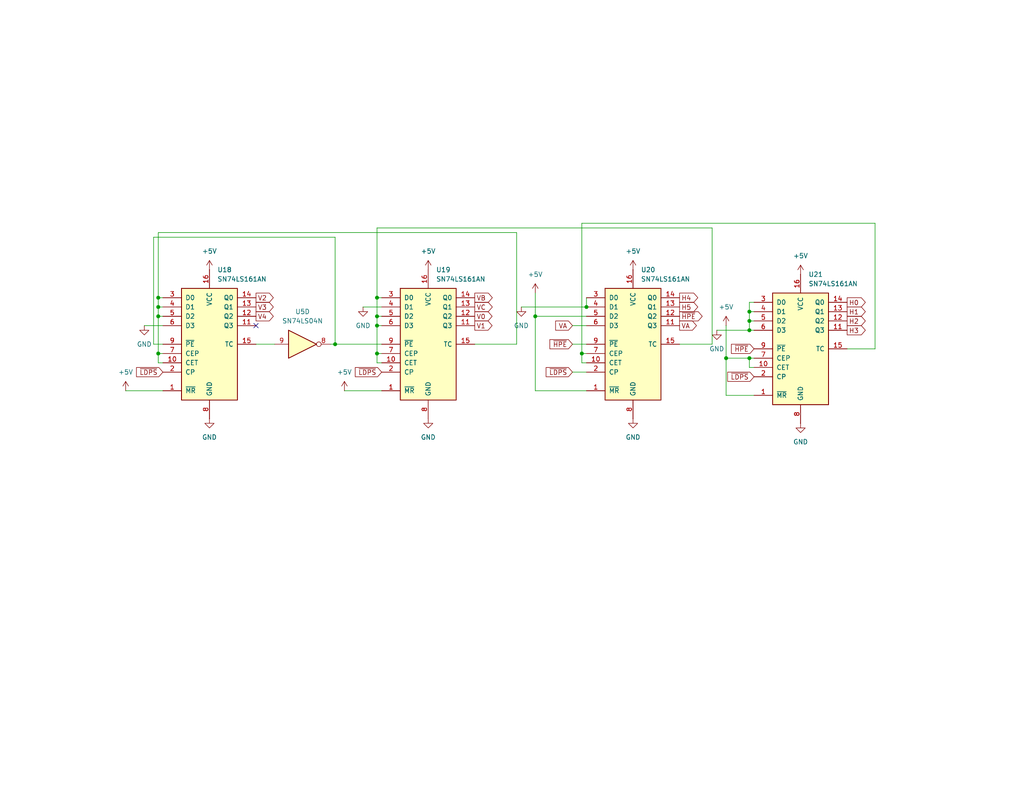
<source format=kicad_sch>
(kicad_sch (version 20250114) (generator "eeschema") (generator_version "9.0")
  (paper "USLetter")
  (lib_symbols
    (symbol "partdb:SN74LS04N" (exclude_from_sim yes)
      (property "Reference" "U" (at 0 1.27 0))
      (property "Value" "SN74LS04N" (at 0 -1.27 0))
      (symbol "SN74LS04N_1_0"
        (polyline (pts (xy -3.81 3.81) (xy -3.81 -3.81) (xy 3.81 0) (xy -3.81 3.81)) (stroke (width 0.254)) (fill (type background)))
        (pin input line (at -7.62 0 0) (length 3.81) (name "~") (number "1"))
        (pin output inverted (at 7.62 0 180) (length 3.81) (name "~") (number "2"))
      )
      (symbol "SN74LS04N_2_0"
        (polyline (pts (xy -3.81 3.81) (xy -3.81 -3.81) (xy 3.81 0) (xy -3.81 3.81)) (stroke (width 0.254)) (fill (type background)))
        (pin input line (at -7.62 0 0) (length 3.81) (name "~") (number "3"))
        (pin output inverted (at 7.62 0 180) (length 3.81) (name "~") (number "4"))
      )
      (symbol "SN74LS04N_3_0"
        (polyline (pts (xy -3.81 3.81) (xy -3.81 -3.81) (xy 3.81 0) (xy -3.81 3.81)) (stroke (width 0.254)) (fill (type background)))
        (pin input line (at -7.62 0 0) (length 3.81) (name "~") (number "5"))
        (pin output inverted (at 7.62 0 180) (length 3.81) (name "~") (number "6"))
      )
      (symbol "SN74LS04N_4_0"
        (polyline (pts (xy -3.81 3.81) (xy -3.81 -3.81) (xy 3.81 0) (xy -3.81 3.81)) (stroke (width 0.254)) (fill (type background)))
        (pin input line (at -7.62 0 0) (length 3.81) (name "~") (number "9"))
        (pin output inverted (at 7.62 0 180) (length 3.81) (name "~") (number "8"))
      )
      (symbol "SN74LS04N_5_0"
        (polyline (pts (xy -3.81 3.81) (xy -3.81 -3.81) (xy 3.81 0) (xy -3.81 3.81)) (stroke (width 0.254)) (fill (type background)))
        (pin input line (at -7.62 0 0) (length 3.81) (name "~") (number "11"))
        (pin output inverted (at 7.62 0 180) (length 3.81) (name "~") (number "10"))
      )
      (symbol "SN74LS04N_6_0"
        (polyline (pts (xy -3.81 3.81) (xy -3.81 -3.81) (xy 3.81 0) (xy -3.81 3.81)) (stroke (width 0.254)) (fill (type background)))
        (pin input line (at -7.62 0 0) (length 3.81) (name "~") (number "13"))
        (pin output inverted (at 7.62 0 180) (length 3.81) (name "~") (number "12"))
      )
      (symbol "SN74LS04N_7_0"
        (pin power_in line (at 0 12.7 270) (length 5.08) (name "VCC") (number "14"))
        (pin power_in line (at 0 -12.7 90) (length 5.08) (name "GND") (number "7"))
      )
      (symbol "SN74LS04N_7_1"
        (rectangle (start -5.08 7.62) (end 5.08 -7.62) (stroke (width 0.254)) (fill (type background)))
      )
    )
    (symbol "partdb:SN74LS161AN" (pin_names (offset 1.016)) (exclude_from_sim yes)
      (property "Reference" "U" (at -7.62 16.51 0))
      (property "Value" "SN74LS161AN" (at -7.62 -16.51 0))
      (symbol "SN74LS161AN_1_0"
        (pin input line (at -12.7 12.7 0) (length 5.08) (name "D0") (number "3"))
        (pin input line (at -12.7 10.16 0) (length 5.08) (name "D1") (number "4"))
        (pin input line (at -12.7 7.62 0) (length 5.08) (name "D2") (number "5"))
        (pin input line (at -12.7 5.08 0) (length 5.08) (name "D3") (number "6"))
        (pin input line (at -12.7 0 0) (length 5.08) (name "~{PE}") (number "9"))
        (pin input line (at -12.7 -2.54 0) (length 5.08) (name "CEP") (number "7"))
        (pin input line (at -12.7 -5.08 0) (length 5.08) (name "CET") (number "10"))
        (pin input line (at -12.7 -7.62 0) (length 5.08) (name "CP") (number "2"))
        (pin input line (at -12.7 -12.7 0) (length 5.08) (name "~{MR}") (number "1"))
        (pin power_in line (at 0 20.32 270) (length 5.08) (name "VCC") (number "16"))
        (pin power_in line (at 0 -20.32 90) (length 5.08) (name "GND") (number "8"))
        (pin output line (at 12.7 12.7 180) (length 5.08) (name "Q0") (number "14"))
        (pin output line (at 12.7 10.16 180) (length 5.08) (name "Q1") (number "13"))
        (pin output line (at 12.7 7.62 180) (length 5.08) (name "Q2") (number "12"))
        (pin output line (at 12.7 5.08 180) (length 5.08) (name "Q3") (number "11"))
        (pin output line (at 12.7 0 180) (length 5.08) (name "TC") (number "15"))
      )
      (symbol "SN74LS161AN_1_1"
        (rectangle (start -7.62 15.24) (end 7.62 -15.24) (stroke (width 0.254)) (fill (type background)))
      )
    )
    (symbol "power:+5V" (power) (pin_numbers (hide yes)) (pin_names (offset 0) (hide yes))
      (property "Value" "+5V" (at 0 3.556 0))
      (symbol "+5V_0_1"
        (polyline (pts (xy -0.762 1.27) (xy 0 2.54)))
        (polyline (pts (xy 0 2.54) (xy 0.762 1.27)))
        (polyline (pts (xy 0 0) (xy 0 2.54)))
      )
      (symbol "+5V_1_1"
        (pin power_in line (at 0 0 90) (length 0) (name "~") (number "1"))
      )
    )
    (symbol "power:GND" (power) (pin_numbers (hide yes)) (pin_names (offset 0) (hide yes))
      (property "Value" "GND" (at 0 -3.81 0))
      (symbol "GND_0_1"
        (polyline (pts (xy 0 0) (xy 0 -1.27) (xy 1.27 -1.27) (xy 0 -2.54) (xy -1.27 -1.27) (xy 0 -1.27)))
      )
      (symbol "GND_1_1"
        (pin power_in line (at 0 0 270) (length 0) (name "~") (number "1"))
      )
    )
  )
  (junction (at 102.87 88.9))
  (junction (at 43.18 81.28))
  (junction (at 160.02 83.82))
  (junction (at 102.87 96.52))
  (junction (at 91.44 93.98))
  (junction (at 198.12 97.79))
  (junction (at 204.47 87.63))
  (junction (at 146.05 86.36))
  (junction (at 204.47 85.09))
  (junction (at 43.18 86.36))
  (junction (at 102.87 86.36))
  (junction (at 204.47 97.79))
  (junction (at 43.18 83.82))
  (junction (at 102.87 81.28))
  (junction (at 204.47 90.17))
  (junction (at 43.18 96.52))
  (junction (at 158.75 96.52))
  (no_connect (at 69.85 88.9))
  (wire (pts (xy 160.02 81.28) (xy 160.02 83.82)))
  (wire (pts (xy 44.45 86.36) (xy 43.18 86.36)))
  (wire (pts (xy 102.87 96.52) (xy 104.14 96.52)))
  (wire (pts (xy 93.98 106.68) (xy 104.14 106.68)))
  (wire (pts (xy 160.02 101.6) (xy 156.21 101.6)))
  (wire (pts (xy 129.54 93.98) (xy 140.97 93.98)))
  (wire (pts (xy 204.47 85.09) (xy 205.74 85.09)))
  (wire (pts (xy 204.47 90.17) (xy 205.74 90.17)))
  (wire (pts (xy 204.47 85.09) (xy 204.47 87.63)))
  (wire (pts (xy 194.31 93.98) (xy 185.42 93.98)))
  (wire (pts (xy 91.44 93.98) (xy 104.14 93.98)))
  (wire (pts (xy 204.47 100.33) (xy 205.74 100.33)))
  (wire (pts (xy 142.24 83.82) (xy 160.02 83.82)))
  (wire (pts (xy 198.12 107.95) (xy 198.12 97.79)))
  (wire (pts (xy 140.97 63.5) (xy 43.18 63.5)))
  (wire (pts (xy 204.47 97.79) (xy 205.74 97.79)))
  (wire (pts (xy 91.44 93.98) (xy 91.44 64.77)))
  (wire (pts (xy 146.05 80.01) (xy 146.05 86.36)))
  (wire (pts (xy 146.05 106.68) (xy 160.02 106.68)))
  (wire (pts (xy 43.18 83.82) (xy 44.45 83.82)))
  (wire (pts (xy 43.18 83.82) (xy 43.18 86.36)))
  (wire (pts (xy 194.31 62.23) (xy 194.31 93.98)))
  (wire (pts (xy 160.02 88.9) (xy 156.21 88.9)))
  (wire (pts (xy 204.47 82.55) (xy 204.47 85.09)))
  (wire (pts (xy 158.75 96.52) (xy 158.75 60.96)))
  (wire (pts (xy 198.12 97.79) (xy 204.47 97.79)))
  (wire (pts (xy 102.87 88.9) (xy 102.87 96.52)))
  (wire (pts (xy 39.37 88.9) (xy 44.45 88.9)))
  (wire (pts (xy 102.87 86.36) (xy 104.14 86.36)))
  (wire (pts (xy 90.17 93.98) (xy 91.44 93.98)))
  (wire (pts (xy 102.87 96.52) (xy 102.87 99.06)))
  (wire (pts (xy 43.18 96.52) (xy 43.18 99.06)))
  (wire (pts (xy 102.87 81.28) (xy 102.87 62.23)))
  (wire (pts (xy 34.29 106.68) (xy 44.45 106.68)))
  (wire (pts (xy 195.58 90.17) (xy 204.47 90.17)))
  (wire (pts (xy 102.87 88.9) (xy 104.14 88.9)))
  (wire (pts (xy 41.91 64.77) (xy 41.91 93.98)))
  (wire (pts (xy 104.14 81.28) (xy 102.87 81.28)))
  (wire (pts (xy 69.85 93.98) (xy 74.93 93.98)))
  (wire (pts (xy 99.06 83.82) (xy 104.14 83.82)))
  (wire (pts (xy 238.76 95.25) (xy 231.14 95.25)))
  (wire (pts (xy 102.87 99.06) (xy 104.14 99.06)))
  (wire (pts (xy 204.47 87.63) (xy 204.47 90.17)))
  (wire (pts (xy 160.02 93.98) (xy 156.21 93.98)))
  (wire (pts (xy 146.05 86.36) (xy 160.02 86.36)))
  (wire (pts (xy 140.97 93.98) (xy 140.97 63.5)))
  (wire (pts (xy 158.75 99.06) (xy 158.75 96.52)))
  (wire (pts (xy 160.02 99.06) (xy 158.75 99.06)))
  (wire (pts (xy 204.47 87.63) (xy 205.74 87.63)))
  (wire (pts (xy 205.74 107.95) (xy 198.12 107.95)))
  (wire (pts (xy 205.74 82.55) (xy 204.47 82.55)))
  (wire (pts (xy 43.18 81.28) (xy 43.18 83.82)))
  (wire (pts (xy 158.75 96.52) (xy 160.02 96.52)))
  (wire (pts (xy 43.18 96.52) (xy 44.45 96.52)))
  (wire (pts (xy 43.18 99.06) (xy 44.45 99.06)))
  (wire (pts (xy 91.44 64.77) (xy 41.91 64.77)))
  (wire (pts (xy 102.87 81.28) (xy 102.87 86.36)))
  (wire (pts (xy 198.12 88.9) (xy 198.12 97.79)))
  (wire (pts (xy 43.18 81.28) (xy 44.45 81.28)))
  (wire (pts (xy 43.18 86.36) (xy 43.18 96.52)))
  (wire (pts (xy 102.87 86.36) (xy 102.87 88.9)))
  (wire (pts (xy 204.47 97.79) (xy 204.47 100.33)))
  (wire (pts (xy 102.87 62.23) (xy 194.31 62.23)))
  (wire (pts (xy 146.05 106.68) (xy 146.05 86.36)))
  (wire (pts (xy 158.75 60.96) (xy 238.76 60.96)))
  (wire (pts (xy 238.76 60.96) (xy 238.76 95.25)))
  (wire (pts (xy 43.18 63.5) (xy 43.18 81.28)))
  (wire (pts (xy 41.91 93.98) (xy 44.45 93.98)))
  (global_label "~{LDPS}" (shape input) (at 156.21 101.6 180) (property "Intersheetrefs" "${INTERSHEET_REFS}" (effects (hide yes))))
  (global_label "V1" (shape output) (at 129.54 88.9 0) (property "Intersheetrefs" "${INTERSHEET_REFS}" (effects (hide yes))))
  (global_label "VA" (shape output) (at 185.42 88.9 0) (property "Intersheetrefs" "${INTERSHEET_REFS}" (effects (hide yes))))
  (global_label "H0" (shape output) (at 231.14 82.55 0) (property "Intersheetrefs" "${INTERSHEET_REFS}" (effects (hide yes))))
  (global_label "VA" (shape input) (at 156.21 88.9 180) (property "Intersheetrefs" "${INTERSHEET_REFS}" (effects (hide yes))))
  (global_label "H3" (shape output) (at 231.14 90.17 0) (property "Intersheetrefs" "${INTERSHEET_REFS}" (effects (hide yes))))
  (global_label "V4" (shape output) (at 69.85 86.36 0) (property "Intersheetrefs" "${INTERSHEET_REFS}" (effects (hide yes))))
  (global_label "~{LDPS}" (shape input) (at 205.74 102.87 180) (property "Intersheetrefs" "${INTERSHEET_REFS}" (effects (hide yes))))
  (global_label "~{HPE}" (shape output) (at 185.42 86.36 0) (property "Intersheetrefs" "${INTERSHEET_REFS}" (effects (hide yes))))
  (global_label "H5" (shape output) (at 185.42 83.82 0) (property "Intersheetrefs" "${INTERSHEET_REFS}" (effects (hide yes))))
  (global_label "~{HPE}" (shape input) (at 156.21 93.98 180) (property "Intersheetrefs" "${INTERSHEET_REFS}" (effects (hide yes))))
  (global_label "~{HPE}" (shape input) (at 205.74 95.25 180) (property "Intersheetrefs" "${INTERSHEET_REFS}" (effects (hide yes))))
  (global_label "~{LDPS}" (shape input) (at 44.45 101.6 180) (property "Intersheetrefs" "${INTERSHEET_REFS}" (effects (hide yes))))
  (global_label "H2" (shape output) (at 231.14 87.63 0) (property "Intersheetrefs" "${INTERSHEET_REFS}" (effects (hide yes))))
  (global_label "VC" (shape output) (at 129.54 83.82 0) (property "Intersheetrefs" "${INTERSHEET_REFS}" (effects (hide yes))))
  (global_label "V2" (shape output) (at 69.85 81.28 0) (property "Intersheetrefs" "${INTERSHEET_REFS}" (effects (hide yes))))
  (global_label "H4" (shape output) (at 185.42 81.28 0) (property "Intersheetrefs" "${INTERSHEET_REFS}" (effects (hide yes))))
  (global_label "V3" (shape output) (at 69.85 83.82 0) (property "Intersheetrefs" "${INTERSHEET_REFS}" (effects (hide yes))))
  (global_label "V0" (shape output) (at 129.54 86.36 0) (property "Intersheetrefs" "${INTERSHEET_REFS}" (effects (hide yes))))
  (global_label "H1" (shape output) (at 231.14 85.09 0) (property "Intersheetrefs" "${INTERSHEET_REFS}" (effects (hide yes))))
  (global_label "~{LDPS}" (shape input) (at 104.14 101.6 180) (property "Intersheetrefs" "${INTERSHEET_REFS}" (effects (hide yes))))
  (global_label "VB" (shape output) (at 129.54 81.28 0) (property "Intersheetrefs" "${INTERSHEET_REFS}" (effects (hide yes))))
  (symbol (lib_id "partdb:SN74LS161AN") (at 57.15 93.98 0) (unit 1) (exclude_from_sim yes)
    (property "Reference" "U18" (at 59.2933 73.66 0) (effects (justify left)))
    (property "Value" "SN74LS161AN" (at 59.2933 76.2 0) (effects (justify left)))
    (property "Footprint" "Package_DIP:DIP-16_W7.62mm" (effects (hide yes)))
    (property "Datasheet" "https://partdb.alfter.us/en/part/579/info" (effects (hide yes)))
    (property "Description" "Counter IC Binary Counter 1 Element 4 Bit Positive Edge 16-PDIP" (effects (hide yes)))
    (property "Category" "Integrated Circuits (ICs)/Logic/Counters" (effects (hide yes)))
    (property "Manufacturer" "Texas Instruments" (effects (hide yes)))
    (property "MPN" "SN74LS161AN" (effects (hide yes)))
    (property "Manufacturing Status" "Active" (effects (hide yes)))
    (property "Part-DB Footprint" "16-PDIP" (effects (hide yes)))
    (property "Part-DB ID" "579" (effects (hide yes)))
    (property "DigiKey SPN" "296-1646-5-ND" (effects (hide yes)))
    (property "manf" "Texas Instruments" (effects (hide yes)))
    (property "manf#" "SN74LS161AN" (effects (hide yes)))
    (property "digikey#" "296-1646-5-ND" (effects (hide yes)))
    (property "Board Location" "D11" (effects (hide yes)))
  )
  (symbol (lib_id "power:+5V") (at 34.29 106.68 0) (unit 1)
    (property "Reference" "#PWR0350" (effects (hide yes)))
    (property "Value" "+5V" (at 34.29 101.6 0))
    (property "Description" "Power symbol creates a global label with name \"+5V\"" (effects (hide yes)))
  )
  (symbol (lib_id "power:GND") (at 116.84 114.3 0) (unit 1)
    (property "Reference" "#PWR051" (effects (hide yes)))
    (property "Value" "GND" (at 116.84 119.38 0))
    (property "Description" "Power symbol creates a global label with name \"GND\" , ground" (effects (hide yes)))
  )
  (symbol (lib_id "power:GND") (at 57.15 114.3 0) (unit 1)
    (property "Reference" "#PWR050" (effects (hide yes)))
    (property "Value" "GND" (at 57.15 119.38 0))
    (property "Description" "Power symbol creates a global label with name \"GND\" , ground" (effects (hide yes)))
  )
  (symbol (lib_id "power:GND") (at 99.06 83.82 0) (unit 1)
    (property "Reference" "#PWR059" (effects (hide yes)))
    (property "Value" "GND" (at 99.06 88.9 0))
    (property "Description" "Power symbol creates a global label with name \"GND\" , ground" (effects (hide yes)))
  )
  (symbol (lib_id "power:+5V") (at 116.84 73.66 0) (unit 1)
    (property "Reference" "#PWR055" (effects (hide yes)))
    (property "Value" "+5V" (at 116.84 68.58 0))
    (property "Description" "Power symbol creates a global label with name \"+5V\"" (effects (hide yes)))
  )
  (symbol (lib_id "power:GND") (at 195.58 90.17 0) (unit 1)
    (property "Reference" "#PWR061" (effects (hide yes)))
    (property "Value" "GND" (at 195.58 95.25 0))
    (property "Description" "Power symbol creates a global label with name \"GND\" , ground" (effects (hide yes)))
  )
  (symbol (lib_id "partdb:SN74LS161AN") (at 218.44 95.25 0) (unit 1) (exclude_from_sim yes)
    (property "Reference" "U21" (at 220.5833 74.93 0) (effects (justify left)))
    (property "Value" "SN74LS161AN" (at 220.5833 77.47 0) (effects (justify left)))
    (property "Footprint" "Package_DIP:DIP-16_W7.62mm" (effects (hide yes)))
    (property "Datasheet" "https://partdb.alfter.us/en/part/579/info" (effects (hide yes)))
    (property "Description" "Counter IC Binary Counter 1 Element 4 Bit Positive Edge 16-PDIP" (effects (hide yes)))
    (property "Category" "Integrated Circuits (ICs)/Logic/Counters" (effects (hide yes)))
    (property "Manufacturer" "Texas Instruments" (effects (hide yes)))
    (property "MPN" "SN74LS161AN" (effects (hide yes)))
    (property "Manufacturing Status" "Active" (effects (hide yes)))
    (property "Part-DB Footprint" "16-PDIP" (effects (hide yes)))
    (property "Part-DB ID" "579" (effects (hide yes)))
    (property "DigiKey SPN" "296-1646-5-ND" (effects (hide yes)))
    (property "manf" "Texas Instruments" (effects (hide yes)))
    (property "manf#" "SN74LS161AN" (effects (hide yes)))
    (property "digikey#" "296-1646-5-ND" (effects (hide yes)))
    (property "Board Location" "D14" (effects (hide yes)))
  )
  (symbol (lib_id "partdb:SN74LS161AN") (at 116.84 93.98 0) (unit 1) (exclude_from_sim yes)
    (property "Reference" "U19" (at 118.9833 73.66 0) (effects (justify left)))
    (property "Value" "SN74LS161AN" (at 118.9833 76.2 0) (effects (justify left)))
    (property "Footprint" "Package_DIP:DIP-16_W7.62mm" (effects (hide yes)))
    (property "Datasheet" "https://partdb.alfter.us/en/part/579/info" (effects (hide yes)))
    (property "Description" "Counter IC Binary Counter 1 Element 4 Bit Positive Edge 16-PDIP" (effects (hide yes)))
    (property "Category" "Integrated Circuits (ICs)/Logic/Counters" (effects (hide yes)))
    (property "Manufacturer" "Texas Instruments" (effects (hide yes)))
    (property "MPN" "SN74LS161AN" (effects (hide yes)))
    (property "Manufacturing Status" "Active" (effects (hide yes)))
    (property "Part-DB Footprint" "16-PDIP" (effects (hide yes)))
    (property "Part-DB ID" "579" (effects (hide yes)))
    (property "DigiKey SPN" "296-1646-5-ND" (effects (hide yes)))
    (property "manf" "Texas Instruments" (effects (hide yes)))
    (property "manf#" "SN74LS161AN" (effects (hide yes)))
    (property "digikey#" "296-1646-5-ND" (effects (hide yes)))
    (property "Board Location" "D12" (effects (hide yes)))
  )
  (symbol (lib_id "power:+5V") (at 172.72 73.66 0) (unit 1)
    (property "Reference" "#PWR056" (effects (hide yes)))
    (property "Value" "+5V" (at 172.72 68.58 0))
    (property "Description" "Power symbol creates a global label with name \"+5V\"" (effects (hide yes)))
  )
  (symbol (lib_id "power:GND") (at 218.44 115.57 0) (unit 1)
    (property "Reference" "#PWR053" (effects (hide yes)))
    (property "Value" "GND" (at 218.44 120.65 0))
    (property "Description" "Power symbol creates a global label with name \"GND\" , ground" (effects (hide yes)))
  )
  (symbol (lib_id "power:+5V") (at 218.44 74.93 0) (unit 1)
    (property "Reference" "#PWR057" (effects (hide yes)))
    (property "Value" "+5V" (at 218.44 69.85 0))
    (property "Description" "Power symbol creates a global label with name \"+5V\"" (effects (hide yes)))
  )
  (symbol (lib_id "partdb:SN74LS04N") (at 82.55 93.98 0) (unit 4) (exclude_from_sim yes)
    (property "Reference" "U5" (at 82.55 85.09 0))
    (property "Value" "SN74LS04N" (at 82.55 87.63 0))
    (property "Footprint" "Package_DIP:DIP-14_W7.62mm" (effects (hide yes)))
    (property "Datasheet" "https://partdb.alfter.us/en/part/558/info" (effects (hide yes)))
    (property "Description" "Inverter IC 6 Channel 14-PDIP" (effects (hide yes)))
    (property "Category" "Integrated Circuits (ICs)/Logic/Gates and Inverters" (effects (hide yes)))
    (property "Manufacturer" "Texas Instruments" (effects (hide yes)))
    (property "MPN" "SN74LS04N" (effects (hide yes)))
    (property "Manufacturing Status" "Active" (effects (hide yes)))
    (property "Part-DB Footprint" "14-PDIP" (effects (hide yes)))
    (property "Part-DB ID" "558" (effects (hide yes)))
    (property "DigiKey SPN" "296-1629-5-ND" (effects (hide yes)))
    (property "LCSC SPN" "C183657" (effects (hide yes)))
    (property "manf" "Texas Instruments" (effects (hide yes)))
    (property "manf#" "SN74LS04N" (effects (hide yes)))
    (property "digikey#" "296-1629-5-ND" (effects (hide yes)))
    (property "lcsc#" "C183657" (effects (hide yes)))
    (property "Board Location" "C11" (effects (hide yes)))
  )
  (symbol (lib_id "power:+5V") (at 146.05 80.01 0) (unit 1)
    (property "Reference" "#PWR0365" (effects (hide yes)))
    (property "Value" "+5V" (at 146.05 74.93 0))
    (property "Description" "Power symbol creates a global label with name \"+5V\"" (effects (hide yes)))
  )
  (symbol (lib_id "power:GND") (at 172.72 114.3 0) (unit 1)
    (property "Reference" "#PWR052" (effects (hide yes)))
    (property "Value" "GND" (at 172.72 119.38 0))
    (property "Description" "Power symbol creates a global label with name \"GND\" , ground" (effects (hide yes)))
  )
  (symbol (lib_id "power:GND") (at 39.37 88.9 0) (unit 1)
    (property "Reference" "#PWR058" (effects (hide yes)))
    (property "Value" "GND" (at 39.37 93.98 0))
    (property "Description" "Power symbol creates a global label with name \"GND\" , ground" (effects (hide yes)))
  )
  (symbol (lib_id "partdb:SN74LS161AN") (at 172.72 93.98 0) (unit 1) (exclude_from_sim yes)
    (property "Reference" "U20" (at 174.8633 73.66 0) (effects (justify left)))
    (property "Value" "SN74LS161AN" (at 174.8633 76.2 0) (effects (justify left)))
    (property "Footprint" "Package_DIP:DIP-16_W7.62mm" (effects (hide yes)))
    (property "Datasheet" "https://partdb.alfter.us/en/part/579/info" (effects (hide yes)))
    (property "Description" "Counter IC Binary Counter 1 Element 4 Bit Positive Edge 16-PDIP" (effects (hide yes)))
    (property "Category" "Integrated Circuits (ICs)/Logic/Counters" (effects (hide yes)))
    (property "Manufacturer" "Texas Instruments" (effects (hide yes)))
    (property "MPN" "SN74LS161AN" (effects (hide yes)))
    (property "Manufacturing Status" "Active" (effects (hide yes)))
    (property "Part-DB Footprint" "16-PDIP" (effects (hide yes)))
    (property "Part-DB ID" "579" (effects (hide yes)))
    (property "DigiKey SPN" "296-1646-5-ND" (effects (hide yes)))
    (property "manf" "Texas Instruments" (effects (hide yes)))
    (property "manf#" "SN74LS161AN" (effects (hide yes)))
    (property "digikey#" "296-1646-5-ND" (effects (hide yes)))
    (property "Board Location" "D13" (effects (hide yes)))
  )
  (symbol (lib_id "power:GND") (at 142.24 83.82 0) (unit 1)
    (property "Reference" "#PWR060" (effects (hide yes)))
    (property "Value" "GND" (at 142.24 88.9 0))
    (property "Description" "Power symbol creates a global label with name \"GND\" , ground" (effects (hide yes)))
  )
  (symbol (lib_id "power:+5V") (at 57.15 73.66 0) (unit 1)
    (property "Reference" "#PWR054" (effects (hide yes)))
    (property "Value" "+5V" (at 57.15 68.58 0))
    (property "Description" "Power symbol creates a global label with name \"+5V\"" (effects (hide yes)))
  )
  (symbol (lib_id "power:+5V") (at 198.12 88.9 0) (unit 1)
    (property "Reference" "#PWR0369" (effects (hide yes)))
    (property "Value" "+5V" (at 198.12 83.82 0))
    (property "Description" "Power symbol creates a global label with name \"+5V\"" (effects (hide yes)))
  )
  (symbol (lib_id "power:+5V") (at 93.98 106.68 0) (unit 1)
    (property "Reference" "#PWR0362" (effects (hide yes)))
    (property "Value" "+5V" (at 93.98 101.6 0))
    (property "Description" "Power symbol creates a global label with name \"+5V\"" (effects (hide yes)))
  )
)
</source>
